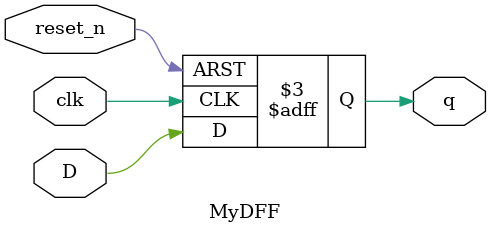
<source format=v>

module MyDFF 
				(
				input clk,reset_n,D,
				output reg q
				);
				
				always @ (posedge clk , negedge reset_n)
				begin
					if (~reset_n)
						q <= 1'b0;
					else
					   q <= D;
				end
endmodule

					
</source>
